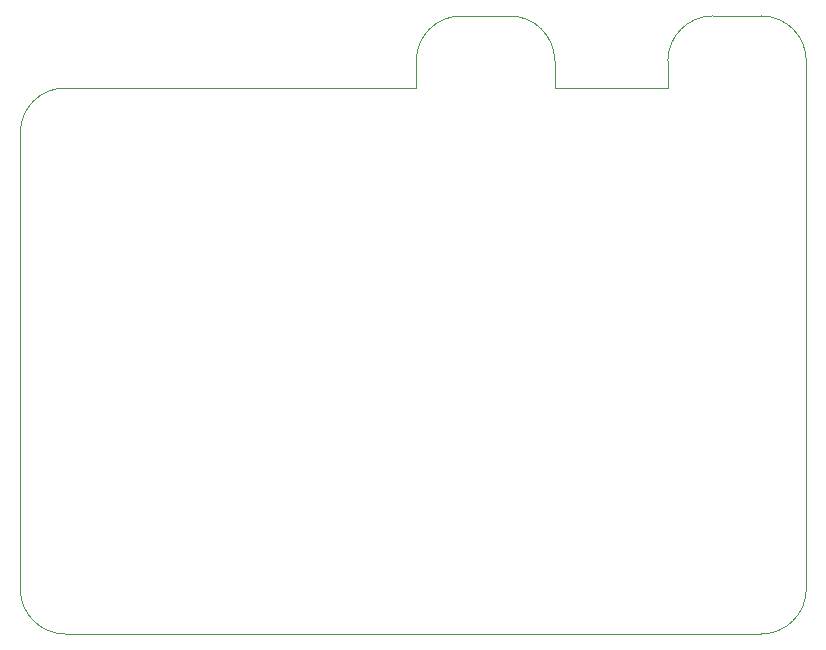
<source format=gbr>
%TF.GenerationSoftware,KiCad,Pcbnew,(6.0.1)*%
%TF.CreationDate,2022-08-22T15:24:12+03:00*%
%TF.ProjectId,Driver_Board,44726976-6572-45f4-926f-6172642e6b69,rev?*%
%TF.SameCoordinates,Original*%
%TF.FileFunction,Profile,NP*%
%FSLAX46Y46*%
G04 Gerber Fmt 4.6, Leading zero omitted, Abs format (unit mm)*
G04 Created by KiCad (PCBNEW (6.0.1)) date 2022-08-22 15:24:12*
%MOMM*%
%LPD*%
G01*
G04 APERTURE LIST*
%TA.AperFunction,Profile*%
%ADD10C,0.100000*%
%TD*%
G04 APERTURE END LIST*
D10*
X61976000Y-54864000D02*
G75*
G03*
X58166000Y-58674000I-1J-3809999D01*
G01*
X124714000Y-52578000D02*
G75*
G03*
X120904000Y-48768000I-3809999J1D01*
G01*
X120904000Y-101092000D02*
G75*
G03*
X124714000Y-97282000I1J3809999D01*
G01*
X58166000Y-58674000D02*
X58166000Y-97282000D01*
X112994000Y-52578000D02*
X112994000Y-54864000D01*
X116804000Y-48768000D02*
G75*
G03*
X112994000Y-52578000I-1J-3809999D01*
G01*
X91694000Y-52578000D02*
X91694000Y-53848000D01*
X103414000Y-54864000D02*
X112994000Y-54864000D01*
X103414000Y-52578000D02*
G75*
G03*
X99604000Y-48768000I-3809999J1D01*
G01*
X91694000Y-54864000D02*
X91694000Y-53848000D01*
X95504000Y-48768000D02*
X99604000Y-48768000D01*
X95504000Y-48768000D02*
G75*
G03*
X91694000Y-52578000I-1J-3809999D01*
G01*
X58166000Y-97282000D02*
G75*
G03*
X61976000Y-101092000I3809999J-1D01*
G01*
X103414000Y-52578000D02*
X103414000Y-54864000D01*
X61976000Y-101092000D02*
X120904000Y-101092000D01*
X116804000Y-48768000D02*
X120904000Y-48768000D01*
X124714000Y-52578000D02*
X124714000Y-97282000D01*
X61976000Y-54864000D02*
X91694000Y-54864000D01*
M02*

</source>
